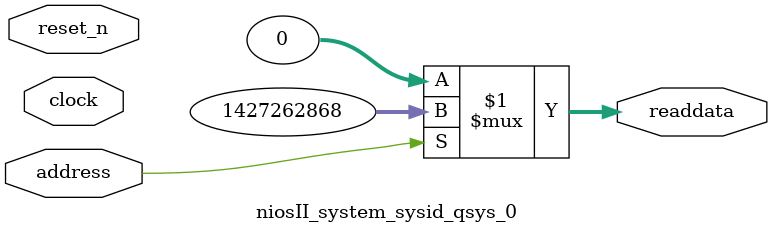
<source format=v>

`timescale 1ns / 1ps
// synthesis translate_on

// turn off superfluous verilog processor warnings 
// altera message_level Level1 
// altera message_off 10034 10035 10036 10037 10230 10240 10030 

module niosII_system_sysid_qsys_0 (
               // inputs:
                address,
                clock,
                reset_n,

               // outputs:
                readdata
             )
;

  output  [ 31: 0] readdata;
  input            address;
  input            clock;
  input            reset_n;

  wire    [ 31: 0] readdata;
  //control_slave, which is an e_avalon_slave
  assign readdata = address ? 1427262868 : 0;

endmodule




</source>
